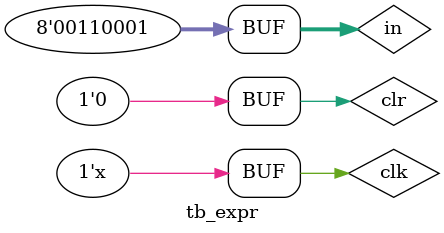
<source format=v>
`timescale 1ns / 1ps


module tb_expr;

    // Inputs
    reg        clk;
    reg        clr;
    reg  [7:0] in;
    // Outputs
    wire       out;
    wire [2:0] s;
    // Instantiate the Unit Under Test (UUT)
    expr uut (
        .clk(clk),
        .clr(clr),
        .in (in),
        .out(out),
        .s  (s)
    );

    initial begin
        // Initialize Inputs
        clk = 0;
        in = "1";
        #10 in = "+";
        #10 in = "3";
        #10 in = "*";
        #10 in = "*";
        #10 in = "0";
        #10 clr = 1;
        #10 clr = 0;
        #10 in = "1";


    end

    always #5 clk = ~clk;
endmodule


</source>
